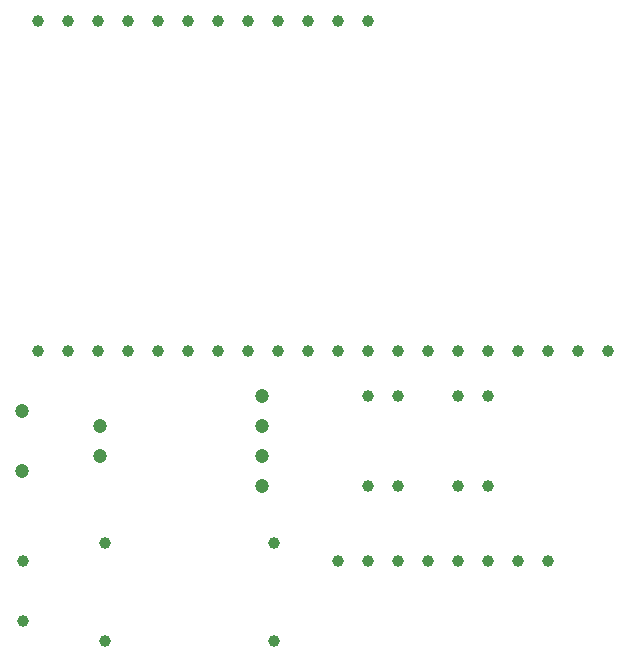
<source format=gbr>
%TF.GenerationSoftware,KiCad,Pcbnew,9.0.0*%
%TF.CreationDate,2025-03-19T00:35:09-07:00*%
%TF.ProjectId,sensor,73656e73-6f72-42e6-9b69-6361645f7063,v0.3*%
%TF.SameCoordinates,Original*%
%TF.FileFunction,Plated,1,2,PTH,Drill*%
%TF.FilePolarity,Positive*%
%FSLAX46Y46*%
G04 Gerber Fmt 4.6, Leading zero omitted, Abs format (unit mm)*
G04 Created by KiCad (PCBNEW 9.0.0) date 2025-03-19 00:35:09*
%MOMM*%
%LPD*%
G01*
G04 APERTURE LIST*
%TA.AperFunction,ComponentDrill*%
%ADD10C,1.000000*%
%TD*%
%TA.AperFunction,ComponentDrill*%
%ADD11C,1.200000*%
%TD*%
G04 APERTURE END LIST*
D10*
%TO.C,2_PIN_Connector1*%
X116840000Y-125730000D03*
X116840000Y-130810000D03*
%TO.C,ESP32_UWB1*%
X118110000Y-80010000D03*
X118110000Y-107950000D03*
X120650000Y-80010000D03*
X120650000Y-107950000D03*
X123190000Y-80010000D03*
X123190000Y-107950000D03*
%TO.C,5V_Regulator1*%
X123750000Y-124230000D03*
X123750000Y-132510000D03*
%TO.C,ESP32_UWB1*%
X125730000Y-80010000D03*
X125730000Y-107950000D03*
X128270000Y-80010000D03*
X128270000Y-107950000D03*
X130810000Y-80010000D03*
X130810000Y-107950000D03*
X133350000Y-80010000D03*
X133350000Y-107950000D03*
X135890000Y-80010000D03*
X135890000Y-107950000D03*
%TO.C,5V_Regulator1*%
X138070000Y-124230000D03*
X138070000Y-132510000D03*
%TO.C,ESP32_UWB1*%
X138430000Y-80010000D03*
X138430000Y-107950000D03*
X140970000Y-80010000D03*
X140970000Y-107950000D03*
X143510000Y-80010000D03*
X143510000Y-107950000D03*
%TO.C,SERVER_LED1*%
X143510000Y-125730000D03*
%TO.C,ESP32_UWB1*%
X146050000Y-80010000D03*
X146050000Y-107950000D03*
%TO.C,R1*%
X146050000Y-111760000D03*
X146050000Y-119380000D03*
%TO.C,SERVER_LED1*%
X146050000Y-125730000D03*
%TO.C,ESP32_UWB1*%
X148590000Y-107950000D03*
%TO.C,R2*%
X148590000Y-111760000D03*
X148590000Y-119380000D03*
%TO.C,SERVER_LED1*%
X148590000Y-125730000D03*
%TO.C,ESP32_UWB1*%
X151130000Y-107950000D03*
%TO.C,SERVER_LED1*%
X151130000Y-125730000D03*
%TO.C,ESP32_UWB1*%
X153670000Y-107950000D03*
%TO.C,R3*%
X153670000Y-111760000D03*
X153670000Y-119380000D03*
%TO.C,TAG_LED1*%
X153670000Y-125730000D03*
%TO.C,ESP32_UWB1*%
X156210000Y-107950000D03*
%TO.C,R4*%
X156210000Y-111760000D03*
X156210000Y-119380000D03*
%TO.C,TAG_LED1*%
X156210000Y-125730000D03*
%TO.C,ESP32_UWB1*%
X158750000Y-107950000D03*
%TO.C,TAG_LED1*%
X158750000Y-125730000D03*
%TO.C,ESP32_UWB1*%
X161290000Y-107950000D03*
%TO.C,TAG_LED1*%
X161290000Y-125730000D03*
%TO.C,ESP32_UWB1*%
X163830000Y-107950000D03*
X166370000Y-107950000D03*
D11*
%TO.C,CAN_Transreceiver1*%
X116730000Y-113030000D03*
X116730000Y-118110000D03*
X123330000Y-114300000D03*
X123330000Y-116840000D03*
X137030000Y-111760000D03*
X137030000Y-114300000D03*
X137030000Y-116840000D03*
X137030000Y-119380000D03*
M02*

</source>
